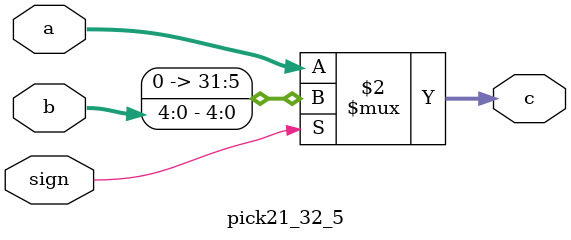
<source format=v>
`timescale 1ns / 1ps


module pick21_32_5(
    input [31:0] a,
    input [4:0] b,
    input sign,
    output [31:0] c
    );
    assign c = (sign == 0) ? a : {27'b0, b};
endmodule

</source>
